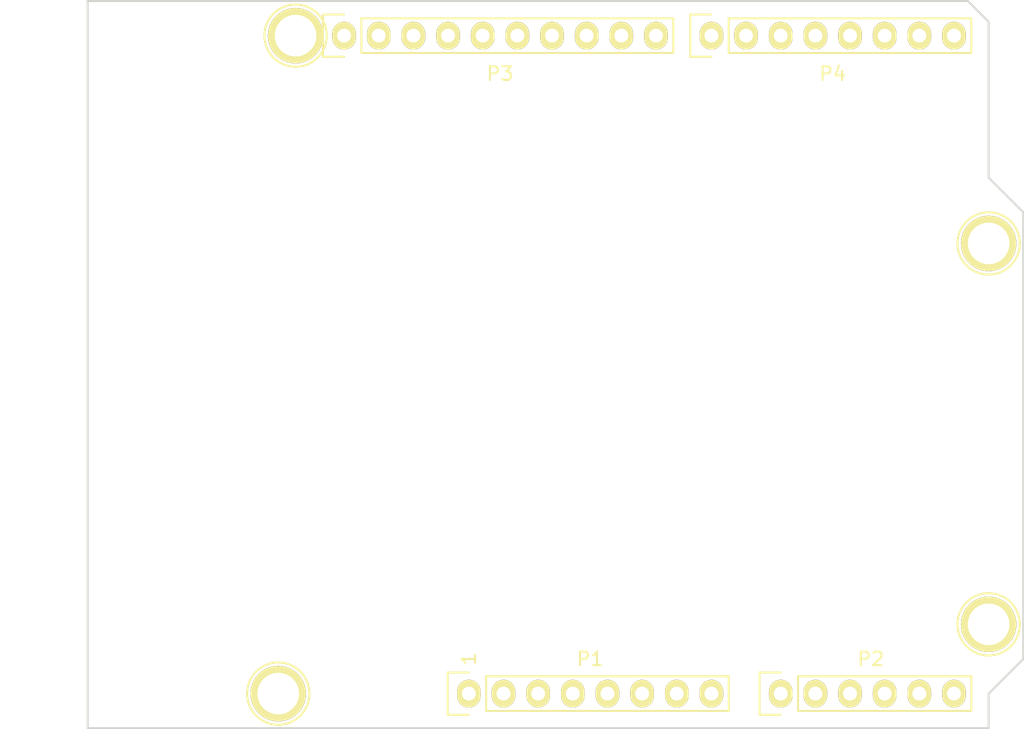
<source format=kicad_pcb>
(kicad_pcb (version 20221018) (generator pcbnew)
  (title_block (date "lun. 30 mars 2015"))
  (layers (0 "F.Cu" signal) (31 "B.Cu" signal) (34 "B.Paste" user) (35 "F.Paste" user) (36 "B.SilkS" user "B.Silkscreen") (37 "F.SilkS" user "F.Silkscreen") (38 "B.Mask" user) (39 "F.Mask" user) (44 "Edge.Cuts" user))
  (net 0 "")
  (net 1 "/IOREF")
  (net 2 "/Reset")
  (net 3 "+5V")
  (net 4 "GND")
  (net 5 "/Vin")
  (net 6 "/A0")
  (net 7 "/A1")
  (net 8 "/A2")
  (net 9 "/A3")
  (net 10 "/AREF")
  (net 11 "/A4(SDA)")
  (net 12 "/A5(SCL)")
  (net 13 "/9(**)")
  (net 14 "/8")
  (net 15 "/7")
  (net 16 "/6(**)")
  (net 17 "/5(**)")
  (net 18 "/4")
  (net 19 "/3(**)")
  (net 20 "/2")
  (net 21 "/1(Tx)")
  (net 22 "/0(Rx)")
  (net 23 "Net-(P5-Pad1)")
  (net 24 "Net-(P6-Pad1)")
  (net 25 "Net-(P7-Pad1)")
  (net 26 "Net-(P8-Pad1)")
  (net 27 "/13(SCK)")
  (net 28 "/10(**/SS)")
  (net 29 "Net-(P1-Pad1)")
  (net 30 "+3V3")
  (net 31 "/12(MISO)")
  (net 32 "/11(**/MOSI)")
  (footprint "Socket_Arduino_Uno:Socket_Strip_Arduino_1x08" (layer "F.Cu") (at 138.938 123.825)
    (fp_text reference "P1" (at 8.89 -2.54) (layer "F.SilkS"))
    (fp_text value "Power")
    (fp_line (start -1.55 -1.55) (end -1.55 1.55) (stroke (width 0.15)) (layer "F.SilkS"))
    (fp_line (start -1.55 1.55) (end 0 1.55) (stroke (width 0.15)) (layer "F.SilkS"))
    (fp_line (start 0 -1.55) (end -1.55 -1.55) (stroke (width 0.15)) (layer "F.SilkS"))
    (fp_line (start 1.27 1.27) (end 1.27 -1.27) (stroke (width 0.15)) (layer "F.SilkS"))
    (fp_line (start 1.27 1.27) (end 19.05 1.27) (stroke (width 0.15)) (layer "F.SilkS"))
    (fp_line (start 19.05 -1.27) (end 1.27 -1.27) (stroke (width 0.15)) (layer "F.SilkS"))
    (fp_line (start 19.05 1.27) (end 19.05 -1.27) (stroke (width 0.15)) (layer "F.SilkS"))
    (pad "1" thru_hole oval locked (at 0 0) (size 1.7272 2.032) (drill 1.016) (layers "*.Cu" "*.Mask" "F.SilkS") (net 29 "Net-(P1-Pad1)"))
    (pad "2" thru_hole oval locked (at 2.54 0) (size 1.7272 2.032) (drill 1.016) (layers "*.Cu" "*.Mask" "F.SilkS") (net 1 "/IOREF"))
    (pad "3" thru_hole oval locked (at 5.08 0) (size 1.7272 2.032) (drill 1.016) (layers "*.Cu" "*.Mask" "F.SilkS") (net 2 "/Reset"))
    (pad "4" thru_hole oval locked (at 7.62 0) (size 1.7272 2.032) (drill 1.016) (layers "*.Cu" "*.Mask" "F.SilkS") (net 30 "+3V3"))
    (pad "5" thru_hole oval locked (at 10.16 0) (size 1.7272 2.032) (drill 1.016) (layers "*.Cu" "*.Mask" "F.SilkS") (net 3 "+5V"))
    (pad "6" thru_hole oval locked (at 12.7 0) (size 1.7272 2.032) (drill 1.016) (layers "*.Cu" "*.Mask" "F.SilkS") (net 4 "GND"))
    (pad "7" thru_hole oval locked (at 15.24 0) (size 1.7272 2.032) (drill 1.016) (layers "*.Cu" "*.Mask" "F.SilkS") (net 4 "GND"))
    (pad "8" thru_hole oval locked (at 17.78 0) (size 1.7272 2.032) (drill 1.016) (layers "*.Cu" "*.Mask" "F.SilkS") (net 5 "/Vin"))
  )
  (footprint "Socket_Arduino_Uno:Socket_Strip_Arduino_1x06" (layer "F.Cu") (at 161.798 123.825)
    (fp_text reference "P2" (at 6.604 -2.54) (layer "F.SilkS"))
    (fp_text value "Analog")
    (fp_line (start -1.55 -1.55) (end -1.55 1.55) (stroke (width 0.15)) (layer "F.SilkS"))
    (fp_line (start -1.55 1.55) (end 0 1.55) (stroke (width 0.15)) (layer "F.SilkS"))
    (fp_line (start 0 -1.55) (end -1.55 -1.55) (stroke (width 0.15)) (layer "F.SilkS"))
    (fp_line (start 1.27 1.27) (end 1.27 -1.27) (stroke (width 0.15)) (layer "F.SilkS"))
    (fp_line (start 1.27 1.27) (end 13.97 1.27) (stroke (width 0.15)) (layer "F.SilkS"))
    (fp_line (start 13.97 -1.27) (end 1.27 -1.27) (stroke (width 0.15)) (layer "F.SilkS"))
    (fp_line (start 13.97 1.27) (end 13.97 -1.27) (stroke (width 0.15)) (layer "F.SilkS"))
    (pad "1" thru_hole oval locked (at 0 0) (size 1.7272 2.032) (drill 1.016) (layers "*.Cu" "*.Mask" "F.SilkS") (net 6 "/A0"))
    (pad "2" thru_hole oval locked (at 2.54 0) (size 1.7272 2.032) (drill 1.016) (layers "*.Cu" "*.Mask" "F.SilkS") (net 7 "/A1"))
    (pad "3" thru_hole oval locked (at 5.08 0) (size 1.7272 2.032) (drill 1.016) (layers "*.Cu" "*.Mask" "F.SilkS") (net 8 "/A2"))
    (pad "4" thru_hole oval locked (at 7.62 0) (size 1.7272 2.032) (drill 1.016) (layers "*.Cu" "*.Mask" "F.SilkS") (net 9 "/A3"))
    (pad "5" thru_hole oval locked (at 10.16 0) (size 1.7272 2.032) (drill 1.016) (layers "*.Cu" "*.Mask" "F.SilkS") (net 11 "/A4(SDA)"))
    (pad "6" thru_hole oval locked (at 12.7 0) (size 1.7272 2.032) (drill 1.016) (layers "*.Cu" "*.Mask" "F.SilkS") (net 12 "/A5(SCL)"))
  )
  (footprint "Socket_Arduino_Uno:Socket_Strip_Arduino_1x10" (layer "F.Cu") (at 129.794 75.565)
    (fp_text reference "P3" (at 11.43 2.794) (layer "F.SilkS"))
    (fp_text value "Digital")
    (fp_line (start -1.55 -1.55) (end -1.55 1.55) (stroke (width 0.15)) (layer "F.SilkS"))
    (fp_line (start -1.55 1.55) (end 0 1.55) (stroke (width 0.15)) (layer "F.SilkS"))
    (fp_line (start 0 -1.55) (end -1.55 -1.55) (stroke (width 0.15)) (layer "F.SilkS"))
    (fp_line (start 1.27 1.27) (end 1.27 -1.27) (stroke (width 0.15)) (layer "F.SilkS"))
    (fp_line (start 1.27 1.27) (end 24.13 1.27) (stroke (width 0.15)) (layer "F.SilkS"))
    (fp_line (start 24.13 -1.27) (end 1.27 -1.27) (stroke (width 0.15)) (layer "F.SilkS"))
    (fp_line (start 24.13 1.27) (end 24.13 -1.27) (stroke (width 0.15)) (layer "F.SilkS"))
    (pad "1" thru_hole oval locked (at 0 0) (size 1.7272 2.032) (drill 1.016) (layers "*.Cu" "*.Mask" "F.SilkS") (net 12 "/A5(SCL)"))
    (pad "2" thru_hole oval locked (at 2.54 0) (size 1.7272 2.032) (drill 1.016) (layers "*.Cu" "*.Mask" "F.SilkS") (net 11 "/A4(SDA)"))
    (pad "3" thru_hole oval locked (at 5.08 0) (size 1.7272 2.032) (drill 1.016) (layers "*.Cu" "*.Mask" "F.SilkS") (net 10 "/AREF"))
    (pad "4" thru_hole oval locked (at 7.62 0) (size 1.7272 2.032) (drill 1.016) (layers "*.Cu" "*.Mask" "F.SilkS") (net 4 "GND"))
    (pad "5" thru_hole oval locked (at 10.16 0) (size 1.7272 2.032) (drill 1.016) (layers "*.Cu" "*.Mask" "F.SilkS") (net 27 "/13(SCK)"))
    (pad "6" thru_hole oval locked (at 12.7 0) (size 1.7272 2.032) (drill 1.016) (layers "*.Cu" "*.Mask" "F.SilkS") (net 31 "/12(MISO)"))
    (pad "7" thru_hole oval locked (at 15.24 0) (size 1.7272 2.032) (drill 1.016) (layers "*.Cu" "*.Mask" "F.SilkS") (net 32 "/11(**/MOSI)"))
    (pad "8" thru_hole oval locked (at 17.78 0) (size 1.7272 2.032) (drill 1.016) (layers "*.Cu" "*.Mask" "F.SilkS") (net 28 "/10(**/SS)"))
    (pad "9" thru_hole oval locked (at 20.32 0) (size 1.7272 2.032) (drill 1.016) (layers "*.Cu" "*.Mask" "F.SilkS") (net 13 "/9(**)"))
    (pad "10" thru_hole oval locked (at 22.86 0) (size 1.7272 2.032) (drill 1.016) (layers "*.Cu" "*.Mask" "F.SilkS") (net 14 "/8"))
  )
  (footprint "Socket_Arduino_Uno:Socket_Strip_Arduino_1x08" (layer "F.Cu") (at 156.718 75.565)
    (fp_text reference "P4" (at 8.89 2.794) (layer "F.SilkS"))
    (fp_text value "Digital")
    (fp_line (start -1.55 -1.55) (end -1.55 1.55) (stroke (width 0.15)) (layer "F.SilkS"))
    (fp_line (start -1.55 1.55) (end 0 1.55) (stroke (width 0.15)) (layer "F.SilkS"))
    (fp_line (start 0 -1.55) (end -1.55 -1.55) (stroke (width 0.15)) (layer "F.SilkS"))
    (fp_line (start 1.27 1.27) (end 1.27 -1.27) (stroke (width 0.15)) (layer "F.SilkS"))
    (fp_line (start 1.27 1.27) (end 19.05 1.27) (stroke (width 0.15)) (layer "F.SilkS"))
    (fp_line (start 19.05 -1.27) (end 1.27 -1.27) (stroke (width 0.15)) (layer "F.SilkS"))
    (fp_line (start 19.05 1.27) (end 19.05 -1.27) (stroke (width 0.15)) (layer "F.SilkS"))
    (pad "1" thru_hole oval locked (at 0 0) (size 1.7272 2.032) (drill 1.016) (layers "*.Cu" "*.Mask" "F.SilkS") (net 15 "/7"))
    (pad "2" thru_hole oval locked (at 2.54 0) (size 1.7272 2.032) (drill 1.016) (layers "*.Cu" "*.Mask" "F.SilkS") (net 16 "/6(**)"))
    (pad "3" thru_hole oval locked (at 5.08 0) (size 1.7272 2.032) (drill 1.016) (layers "*.Cu" "*.Mask" "F.SilkS") (net 17 "/5(**)"))
    (pad "4" thru_hole oval locked (at 7.62 0) (size 1.7272 2.032) (drill 1.016) (layers "*.Cu" "*.Mask" "F.SilkS") (net 18 "/4"))
    (pad "5" thru_hole oval locked (at 10.16 0) (size 1.7272 2.032) (drill 1.016) (layers "*.Cu" "*.Mask" "F.SilkS") (net 19 "/3(**)"))
    (pad "6" thru_hole oval locked (at 12.7 0) (size 1.7272 2.032) (drill 1.016) (layers "*.Cu" "*.Mask" "F.SilkS") (net 20 "/2"))
    (pad "7" thru_hole oval locked (at 15.24 0) (size 1.7272 2.032) (drill 1.016) (layers "*.Cu" "*.Mask" "F.SilkS") (net 21 "/1(Tx)"))
    (pad "8" thru_hole oval locked (at 17.78 0) (size 1.7272 2.032) (drill 1.016) (layers "*.Cu" "*.Mask" "F.SilkS") (net 22 "/0(Rx)"))
  )
  (footprint "Socket_Arduino_Uno:Arduino_1pin" (layer "F.Cu") (at 124.968 123.825)
    (fp_text reference "P5" hide)
    (fp_text value "CONN_1" hide)
    (fp_circle (center 0 0) (end 0 -2.286) (stroke (width 0.15)) (fill none) (layer "F.SilkS"))
    (pad "1" thru_hole circle locked (at 0 0) (size 4.064 4.064) (drill 3.048) (layers "*.Cu" "*.Mask" "F.SilkS") (net 23 "Net-(P5-Pad1)"))
  )
  (footprint "Socket_Arduino_Uno:Arduino_1pin" (layer "F.Cu") (at 177.038 118.745)
    (fp_text reference "P6" hide)
    (fp_text value "CONN_1" hide)
    (fp_circle (center 0 0) (end 0 -2.286) (stroke (width 0.15)) (fill none) (layer "F.SilkS"))
    (pad "1" thru_hole circle locked (at 0 0) (size 4.064 4.064) (drill 3.048) (layers "*.Cu" "*.Mask" "F.SilkS") (net 24 "Net-(P6-Pad1)"))
  )
  (footprint "Socket_Arduino_Uno:Arduino_1pin" (layer "F.Cu") (at 126.238 75.565)
    (fp_text reference "P7" hide)
    (fp_text value "CONN_1" hide)
    (fp_circle (center 0 0) (end 0 -2.286) (stroke (width 0.15)) (fill none) (layer "F.SilkS"))
    (pad "1" thru_hole circle locked (at 0 0) (size 4.064 4.064) (drill 3.048) (layers "*.Cu" "*.Mask" "F.SilkS") (net 25 "Net-(P7-Pad1)"))
  )
  (footprint "Socket_Arduino_Uno:Arduino_1pin" (layer "F.Cu") (at 177.038 90.805)
    (fp_text reference "P8" hide)
    (fp_text value "CONN_1" hide)
    (fp_circle (center 0 0) (end 0 -2.286) (stroke (width 0.15)) (fill none) (layer "F.SilkS"))
    (pad "1" thru_hole circle locked (at 0 0) (size 4.064 4.064) (drill 3.048) (layers "*.Cu" "*.Mask" "F.SilkS") (net 26 "Net-(P8-Pad1)"))
  )
  (gr_line (start 177.038 126.365) (end 177.038 123.825) (stroke (width 0.15)) (layer "Edge.Cuts"))
  (gr_line (start 177.038 74.549) (end 175.514 73.025) (stroke (width 0.15)) (layer "Edge.Cuts"))
  (gr_line (start 177.038 123.825) (end 179.578 121.285) (stroke (width 0.15)) (layer "Edge.Cuts"))
  (gr_line (start 177.038 85.979) (end 177.038 74.549) (stroke (width 0.15)) (layer "Edge.Cuts"))
  (gr_line (start 110.998 73.025) (end 110.998 126.365) (stroke (width 0.15)) (layer "Edge.Cuts"))
  (gr_line (start 175.514 73.025) (end 110.998 73.025) (stroke (width 0.15)) (layer "Edge.Cuts"))
  (gr_line (start 179.578 121.285) (end 179.578 88.519) (stroke (width 0.15)) (layer "Edge.Cuts"))
  (gr_line (start 110.998 126.365) (end 177.038 126.365) (stroke (width 0.15)) (layer "Edge.Cuts"))
  (gr_line (start 179.578 88.519) (end 177.038 85.979) (stroke (width 0.15)) (layer "Edge.Cuts"))
  (gr_text "1" (at 138.938 121.285 90) (layer "F.SilkS") (effects (font (size 1 1))))
)
</source>
